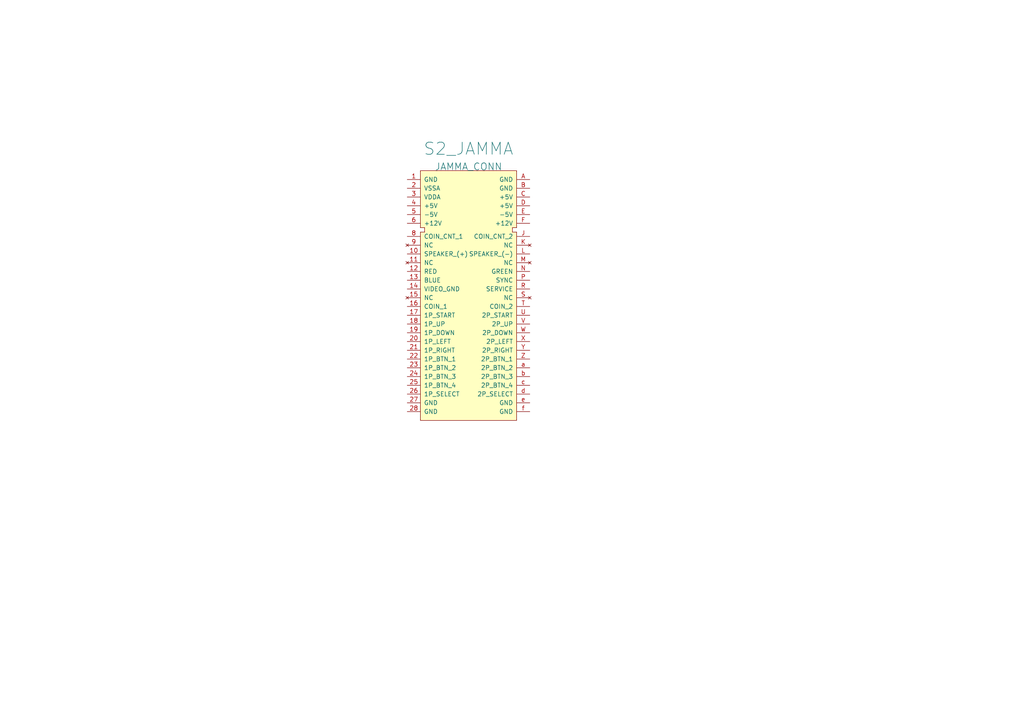
<source format=kicad_sch>
(kicad_sch (version 20230121) (generator eeschema)
  (paper "A4")
  (title_block (title "Slapfight Arcade PCB") (company "Schematics created by Neil Ward & Anton Gale"))
  (lib_symbols
    (symbol "arcade:JAMMA_CONN" (pin_names (offset 1.016))
      (property "Reference" "U" (at 10.16 -8.89 90))
      (property "Value" "JAMMA_CONN" (at 13.97 -10.16 90))
      (symbol "JAMMA_CONN_0_1"
        (polyline (pts (xy 0 0) (xy 0 -16.51) (xy 1.27 -16.51) (xy 1.27 -17.78) (xy 0 -17.78) (xy 0 -72.39) (xy 27.94 -72.39) (xy 27.94 -17.78) (xy 26.67 -17.78) (xy 26.67 -16.51) (xy 27.94 -16.51) (xy 27.94 0) (xy 0 0)) (fill (type background)))
      )
      (symbol "JAMMA_CONN_1_1"
        (pin passive line (at -3.81 -2.54 0) (length 3.81) (name "GND") (number "1"))
        (pin input line (at -3.81 -24.13 0) (length 3.81) (name "SPEAKER_(+)") (number "10"))
        (pin no_connect line (at -3.81 -26.67 0) (length 3.81) (name "NC") (number "11"))
        (pin input line (at -3.81 -29.21 0) (length 3.81) (name "RED") (number "12"))
        (pin input line (at -3.81 -31.75 0) (length 3.81) (name "BLUE") (number "13"))
        (pin passive line (at -3.81 -34.29 0) (length 3.81) (name "VIDEO_GND") (number "14"))
        (pin no_connect line (at -3.81 -36.83 0) (length 3.81) (name "NC") (number "15"))
        (pin output line (at -3.81 -39.37 0) (length 3.81) (name "COIN_1") (number "16"))
        (pin output line (at -3.81 -41.91 0) (length 3.81) (name "1P_START") (number "17"))
        (pin output line (at -3.81 -44.45 0) (length 3.81) (name "1P_UP") (number "18"))
        (pin output line (at -3.81 -46.99 0) (length 3.81) (name "1P_DOWN") (number "19"))
        (pin passive line (at -3.81 -5.08 0) (length 3.81) (name "VSSA") (number "2"))
        (pin output line (at -3.81 -49.53 0) (length 3.81) (name "1P_LEFT") (number "20"))
        (pin output line (at -3.81 -52.07 0) (length 3.81) (name "1P_RIGHT") (number "21"))
        (pin output line (at -3.81 -54.61 0) (length 3.81) (name "1P_BTN_1") (number "22"))
        (pin output line (at -3.81 -57.15 0) (length 3.81) (name "1P_BTN_2") (number "23"))
        (pin output line (at -3.81 -59.69 0) (length 3.81) (name "1P_BTN_3") (number "24"))
        (pin output line (at -3.81 -62.23 0) (length 3.81) (name "1P_BTN_4") (number "25"))
        (pin output line (at -3.81 -64.77 0) (length 3.81) (name "1P_SELECT") (number "26"))
        (pin passive line (at -3.81 -67.31 0) (length 3.81) (name "GND") (number "27"))
        (pin passive line (at -3.81 -69.85 0) (length 3.81) (name "GND") (number "28"))
        (pin passive line (at -3.81 -7.62 0) (length 3.81) (name "VDDA") (number "3"))
        (pin passive line (at -3.81 -10.16 0) (length 3.81) (name "+5V") (number "4"))
        (pin passive line (at -3.81 -12.7 0) (length 3.81) (name "-5V") (number "5"))
        (pin passive line (at -3.81 -15.24 0) (length 3.81) (name "+12V") (number "6"))
        (pin input line (at -3.81 -19.05 0) (length 3.81) (name "COIN_CNT_1") (number "8"))
        (pin no_connect line (at -3.81 -21.59 0) (length 3.81) (name "NC") (number "9"))
        (pin passive line (at 31.75 -2.54 180) (length 3.81) (name "GND") (number "A"))
        (pin passive line (at 31.75 -5.08 180) (length 3.81) (name "GND") (number "B"))
        (pin passive line (at 31.75 -7.62 180) (length 3.81) (name "+5V") (number "C"))
        (pin passive line (at 31.75 -10.16 180) (length 3.81) (name "+5V") (number "D"))
        (pin passive line (at 31.75 -12.7 180) (length 3.81) (name "-5V") (number "E"))
        (pin passive line (at 31.75 -15.24 180) (length 3.81) (name "+12V") (number "F"))
        (pin input line (at 31.75 -19.05 180) (length 3.81) (name "COIN_CNT_2") (number "J"))
        (pin no_connect line (at 31.75 -21.59 180) (length 3.81) (name "NC") (number "K"))
        (pin input line (at 31.75 -24.13 180) (length 3.81) (name "SPEAKER_(-)") (number "L"))
        (pin no_connect line (at 31.75 -26.67 180) (length 3.81) (name "NC") (number "M"))
        (pin input line (at 31.75 -29.21 180) (length 3.81) (name "GREEN") (number "N"))
        (pin input line (at 31.75 -31.75 180) (length 3.81) (name "SYNC") (number "P"))
        (pin output line (at 31.75 -34.29 180) (length 3.81) (name "SERVICE") (number "R"))
        (pin no_connect line (at 31.75 -36.83 180) (length 3.81) (name "NC") (number "S"))
        (pin output line (at 31.75 -39.37 180) (length 3.81) (name "COIN_2") (number "T"))
        (pin output line (at 31.75 -41.91 180) (length 3.81) (name "2P_START") (number "U"))
        (pin output line (at 31.75 -44.45 180) (length 3.81) (name "2P_UP") (number "V"))
        (pin output line (at 31.75 -46.99 180) (length 3.81) (name "2P_DOWN") (number "W"))
        (pin output line (at 31.75 -49.53 180) (length 3.81) (name "2P_LEFT") (number "X"))
        (pin output line (at 31.75 -52.07 180) (length 3.81) (name "2P_RIGHT") (number "Y"))
        (pin output line (at 31.75 -54.61 180) (length 3.81) (name "2P_BTN_1") (number "Z"))
        (pin output line (at 31.75 -57.15 180) (length 3.81) (name "2P_BTN_2") (number "a"))
        (pin output line (at 31.75 -59.69 180) (length 3.81) (name "2P_BTN_3") (number "b"))
        (pin output line (at 31.75 -62.23 180) (length 3.81) (name "2P_BTN_4") (number "c"))
        (pin output line (at 31.75 -64.77 180) (length 3.81) (name "2P_SELECT") (number "d"))
        (pin passive line (at 31.75 -67.31 180) (length 3.81) (name "GND") (number "e"))
        (pin passive line (at 31.75 -69.85 180) (length 3.81) (name "GND") (number "f"))
      )
    )
  )
  (symbol (lib_id "arcade:JAMMA_CONN") (at 121.92 49.53 0) (unit 1)
    (property "Reference" "S2_JAMMA" (at 135.89 43.1274 0) (effects (font (size 3.5052 3.5052))))
    (property "Value" "JAMMA_CONN" (at 135.89 48.3352 0) (effects (font (size 2.0066 2.0066))))
  )
)
</source>
